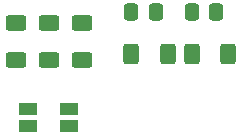
<source format=gbr>
G04 #@! TF.GenerationSoftware,KiCad,Pcbnew,9.0.2-1.fc42*
G04 #@! TF.CreationDate,2025-05-23T23:47:44-05:00*
G04 #@! TF.ProjectId,pico_driver,7069636f-5f64-4726-9976-65722e6b6963,rev?*
G04 #@! TF.SameCoordinates,Original*
G04 #@! TF.FileFunction,Paste,Top*
G04 #@! TF.FilePolarity,Positive*
%FSLAX46Y46*%
G04 Gerber Fmt 4.6, Leading zero omitted, Abs format (unit mm)*
G04 Created by KiCad (PCBNEW 9.0.2-1.fc42) date 2025-05-23 23:47:44*
%MOMM*%
%LPD*%
G01*
G04 APERTURE LIST*
G04 Aperture macros list*
%AMRoundRect*
0 Rectangle with rounded corners*
0 $1 Rounding radius*
0 $2 $3 $4 $5 $6 $7 $8 $9 X,Y pos of 4 corners*
0 Add a 4 corners polygon primitive as box body*
4,1,4,$2,$3,$4,$5,$6,$7,$8,$9,$2,$3,0*
0 Add four circle primitives for the rounded corners*
1,1,$1+$1,$2,$3*
1,1,$1+$1,$4,$5*
1,1,$1+$1,$6,$7*
1,1,$1+$1,$8,$9*
0 Add four rect primitives between the rounded corners*
20,1,$1+$1,$2,$3,$4,$5,0*
20,1,$1+$1,$4,$5,$6,$7,0*
20,1,$1+$1,$6,$7,$8,$9,0*
20,1,$1+$1,$8,$9,$2,$3,0*%
G04 Aperture macros list end*
%ADD10RoundRect,0.250000X0.625000X-0.400000X0.625000X0.400000X-0.625000X0.400000X-0.625000X-0.400000X0*%
%ADD11RoundRect,0.250000X-0.400000X-0.625000X0.400000X-0.625000X0.400000X0.625000X-0.400000X0.625000X0*%
%ADD12RoundRect,0.250000X-0.337500X-0.475000X0.337500X-0.475000X0.337500X0.475000X-0.337500X0.475000X0*%
%ADD13R,1.500000X1.000000*%
G04 APERTURE END LIST*
D10*
X125750000Y-84450000D03*
X125750000Y-81350000D03*
X123000000Y-84450000D03*
X123000000Y-81350000D03*
X120200000Y-84450000D03*
X120200000Y-81350000D03*
D11*
X129962500Y-84000000D03*
X133062500Y-84000000D03*
X135075000Y-84000000D03*
X138175000Y-84000000D03*
D12*
X129962500Y-80400000D03*
X132037500Y-80400000D03*
D13*
X121200000Y-88650000D03*
X121200000Y-90050000D03*
X124700000Y-90050000D03*
X124700000Y-88650000D03*
D12*
X135075000Y-80400000D03*
X137150000Y-80400000D03*
M02*

</source>
